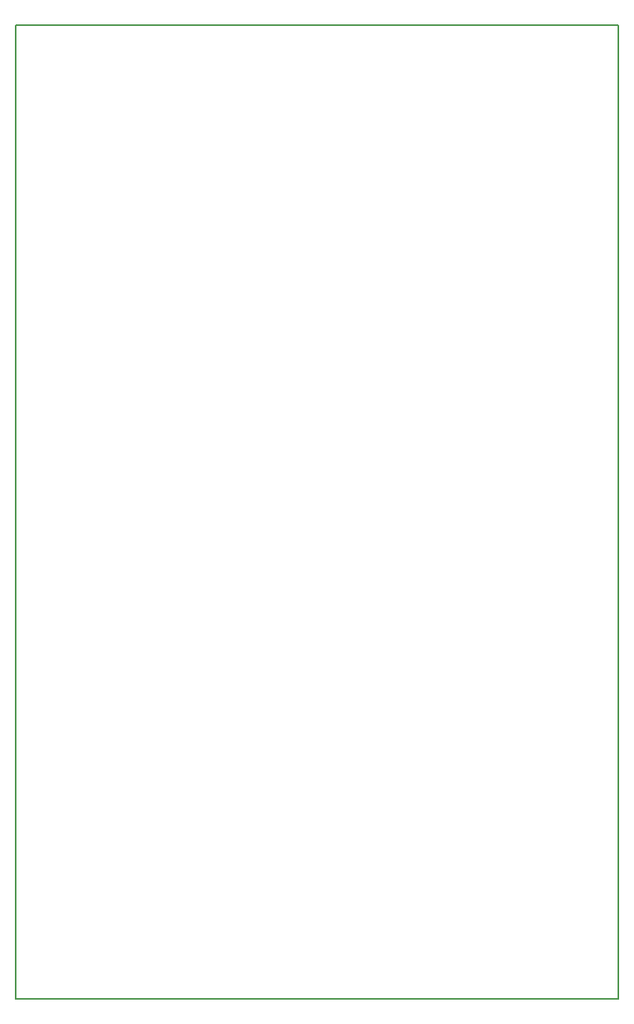
<source format=gbr>
G04 #@! TF.GenerationSoftware,KiCad,Pcbnew,(5.0.1)-4*
G04 #@! TF.CreationDate,2018-11-30T00:10:43+01:00*
G04 #@! TF.ProjectId,servos,736572766F732E6B696361645F706362,rev?*
G04 #@! TF.SameCoordinates,Original*
G04 #@! TF.FileFunction,Profile,NP*
%FSLAX46Y46*%
G04 Gerber Fmt 4.6, Leading zero omitted, Abs format (unit mm)*
G04 Created by KiCad (PCBNEW (5.0.1)-4) date 30.11.2018 00:10:43*
%MOMM*%
%LPD*%
G01*
G04 APERTURE LIST*
%ADD10C,0.150000*%
G04 APERTURE END LIST*
D10*
X132000000Y-156000000D02*
X132000000Y-51000000D01*
X133000000Y-156000000D02*
X132000000Y-156000000D01*
X197000000Y-156000000D02*
X133000000Y-156000000D01*
X197000000Y-51000000D02*
X197000000Y-156000000D01*
X132000000Y-51000000D02*
X197000000Y-51000000D01*
M02*

</source>
